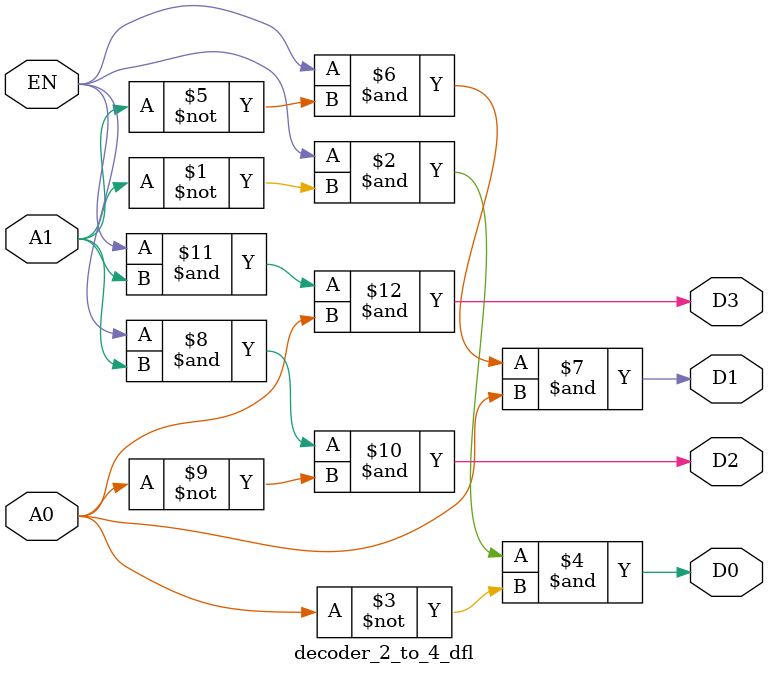
<source format=v>

module decoder_2_to_4_dfl(EN, A0, A1, D0, D1, D2, D3);
 input EN, A0, A1;
 output D0, D1, D2, D3;
 assign D0 =(EN & ~A1 & ~A0);
 assign D1 =(EN & ~A1 & A0);
 assign D2 =(EN & A1 & ~A0);
 assign D3 =(EN & A1 & A0);
endmodule
  

</source>
